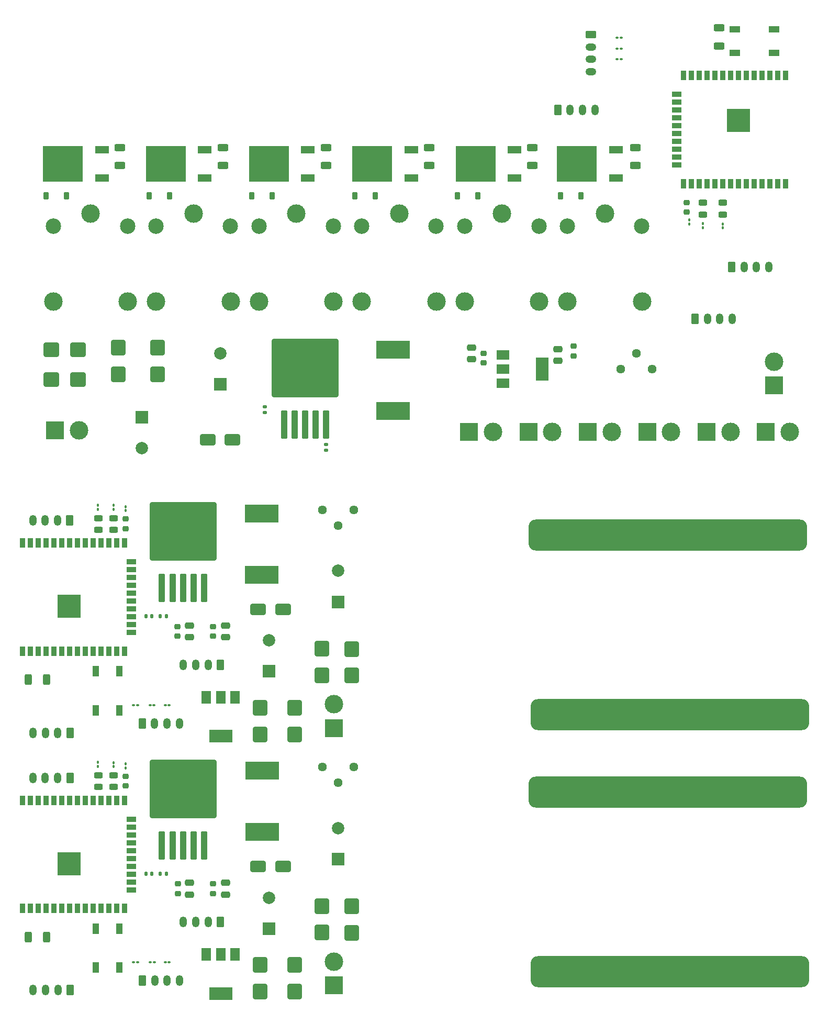
<source format=gbr>
%TF.GenerationSoftware,KiCad,Pcbnew,7.0.8*%
%TF.CreationDate,2023-11-08T20:04:04+02:00*%
%TF.ProjectId,sprinklers,73707269-6e6b-46c6-9572-732e6b696361,1.2*%
%TF.SameCoordinates,Original*%
%TF.FileFunction,Soldermask,Top*%
%TF.FilePolarity,Negative*%
%FSLAX46Y46*%
G04 Gerber Fmt 4.6, Leading zero omitted, Abs format (unit mm)*
G04 Created by KiCad (PCBNEW 7.0.8) date 2023-11-08 20:04:04*
%MOMM*%
%LPD*%
G01*
G04 APERTURE LIST*
G04 Aperture macros list*
%AMRoundRect*
0 Rectangle with rounded corners*
0 $1 Rounding radius*
0 $2 $3 $4 $5 $6 $7 $8 $9 X,Y pos of 4 corners*
0 Add a 4 corners polygon primitive as box body*
4,1,4,$2,$3,$4,$5,$6,$7,$8,$9,$2,$3,0*
0 Add four circle primitives for the rounded corners*
1,1,$1+$1,$2,$3*
1,1,$1+$1,$4,$5*
1,1,$1+$1,$6,$7*
1,1,$1+$1,$8,$9*
0 Add four rect primitives between the rounded corners*
20,1,$1+$1,$2,$3,$4,$5,0*
20,1,$1+$1,$4,$5,$6,$7,0*
20,1,$1+$1,$6,$7,$8,$9,0*
20,1,$1+$1,$8,$9,$2,$3,0*%
%AMFreePoly0*
4,1,41,-22.500000,1.388890,-22.492142,1.520800,-22.447241,1.727208,-22.364088,1.921388,-22.245689,2.096323,-22.096323,2.245689,-21.921388,2.364088,-21.727208,2.447241,-21.520800,2.492142,-21.388890,2.500000,21.388890,2.500000,21.520800,2.492142,21.727208,2.447241,21.921388,2.364088,22.096323,2.245689,22.245689,2.096323,22.364088,1.921388,22.447241,1.727208,22.492142,1.520800,22.500000,1.388890,
22.500000,-1.388890,22.492142,-1.520800,22.447241,-1.727208,22.364088,-1.921388,22.245689,-2.096323,22.096323,-2.245689,21.921388,-2.364088,21.727208,-2.447241,21.520800,-2.492142,21.388890,-2.500000,-21.388890,-2.500000,-21.520800,-2.492142,-21.727208,-2.447241,-21.921388,-2.364088,-22.096323,-2.245689,-22.245689,-2.096323,-22.364088,-1.921388,-22.447241,-1.727208,-22.492142,-1.520800,-22.500000,-1.388890,
-22.500000,1.388890,-22.500000,1.388890,$1*%
G04 Aperture macros list end*
%ADD10RoundRect,0.250000X0.300000X-2.050000X0.300000X2.050000X-0.300000X2.050000X-0.300000X-2.050000X0*%
%ADD11RoundRect,0.250002X5.149998X-4.449998X5.149998X4.449998X-5.149998X4.449998X-5.149998X-4.449998X0*%
%ADD12RoundRect,0.250000X-0.350000X-0.625000X0.350000X-0.625000X0.350000X0.625000X-0.350000X0.625000X0*%
%ADD13O,1.200000X1.750000*%
%ADD14C,1.440000*%
%ADD15RoundRect,0.100000X0.130000X0.100000X-0.130000X0.100000X-0.130000X-0.100000X0.130000X-0.100000X0*%
%ADD16RoundRect,0.100000X-0.100000X0.130000X-0.100000X-0.130000X0.100000X-0.130000X0.100000X0.130000X0*%
%ADD17RoundRect,0.250000X-1.000000X-0.650000X1.000000X-0.650000X1.000000X0.650000X-1.000000X0.650000X0*%
%ADD18RoundRect,0.225000X0.250000X-0.225000X0.250000X0.225000X-0.250000X0.225000X-0.250000X-0.225000X0*%
%ADD19RoundRect,0.250000X0.900000X-1.000000X0.900000X1.000000X-0.900000X1.000000X-0.900000X-1.000000X0*%
%ADD20RoundRect,0.250000X0.475000X-0.250000X0.475000X0.250000X-0.475000X0.250000X-0.475000X-0.250000X0*%
%ADD21RoundRect,0.243750X-0.456250X0.243750X-0.456250X-0.243750X0.456250X-0.243750X0.456250X0.243750X0*%
%ADD22RoundRect,0.250000X-0.900000X1.000000X-0.900000X-1.000000X0.900000X-1.000000X0.900000X1.000000X0*%
%ADD23FreePoly0,180.000000*%
%ADD24RoundRect,0.250000X0.350000X0.625000X-0.350000X0.625000X-0.350000X-0.625000X0.350000X-0.625000X0*%
%ADD25RoundRect,0.140000X0.140000X0.170000X-0.140000X0.170000X-0.140000X-0.170000X0.140000X-0.170000X0*%
%ADD26R,3.000000X3.000000*%
%ADD27C,3.000000*%
%ADD28R,5.400000X2.900000*%
%ADD29R,1.000000X1.700000*%
%ADD30RoundRect,0.218750X-0.256250X0.218750X-0.256250X-0.218750X0.256250X-0.218750X0.256250X0.218750X0*%
%ADD31R,0.900000X1.500000*%
%ADD32R,1.500000X0.900000*%
%ADD33C,0.600000*%
%ADD34R,3.800000X3.800000*%
%ADD35RoundRect,0.250000X-0.312500X-0.625000X0.312500X-0.625000X0.312500X0.625000X-0.312500X0.625000X0*%
%ADD36R,2.000000X2.000000*%
%ADD37C,2.000000*%
%ADD38R,1.500000X2.000000*%
%ADD39R,3.800000X2.000000*%
%ADD40RoundRect,0.140000X-0.140000X-0.170000X0.140000X-0.170000X0.140000X0.170000X-0.140000X0.170000X0*%
%ADD41RoundRect,0.218750X0.256250X-0.218750X0.256250X0.218750X-0.256250X0.218750X-0.256250X-0.218750X0*%
%ADD42RoundRect,0.225000X-0.225000X-0.375000X0.225000X-0.375000X0.225000X0.375000X-0.225000X0.375000X0*%
%ADD43RoundRect,0.243750X0.456250X-0.243750X0.456250X0.243750X-0.456250X0.243750X-0.456250X-0.243750X0*%
%ADD44RoundRect,0.100000X-0.130000X-0.100000X0.130000X-0.100000X0.130000X0.100000X-0.130000X0.100000X0*%
%ADD45C,2.500000*%
%ADD46RoundRect,0.250000X0.625000X-0.312500X0.625000X0.312500X-0.625000X0.312500X-0.625000X-0.312500X0*%
%ADD47RoundRect,0.250000X-0.625000X0.350000X-0.625000X-0.350000X0.625000X-0.350000X0.625000X0.350000X0*%
%ADD48O,1.750000X1.200000*%
%ADD49R,2.000000X1.500000*%
%ADD50R,2.000000X3.800000*%
%ADD51RoundRect,0.250000X-1.000000X-0.900000X1.000000X-0.900000X1.000000X0.900000X-1.000000X0.900000X0*%
%ADD52R,2.200000X1.200000*%
%ADD53R,6.400000X5.800000*%
%ADD54RoundRect,0.100000X0.100000X-0.130000X0.100000X0.130000X-0.100000X0.130000X-0.100000X-0.130000X0*%
%ADD55RoundRect,0.250000X1.000000X0.650000X-1.000000X0.650000X-1.000000X-0.650000X1.000000X-0.650000X0*%
%ADD56RoundRect,0.140000X-0.170000X0.140000X-0.170000X-0.140000X0.170000X-0.140000X0.170000X0.140000X0*%
%ADD57RoundRect,0.250000X1.000000X0.900000X-1.000000X0.900000X-1.000000X-0.900000X1.000000X-0.900000X0*%
%ADD58R,1.700000X1.000000*%
G04 APERTURE END LIST*
D10*
%TO.C,U1*%
X28673063Y-41490774D03*
X30373063Y-41490774D03*
X32073063Y-41490774D03*
D11*
X32073063Y-32340774D03*
D10*
X33773063Y-41490774D03*
X35473063Y-41490774D03*
%TD*%
D12*
%TO.C,LED1*%
X25492863Y-63357874D03*
D13*
X27492863Y-63357874D03*
X29492863Y-63357874D03*
X31492863Y-63357874D03*
%TD*%
D14*
%TO.C,RV1*%
X59711563Y-28852374D03*
X57171563Y-31392374D03*
X54631563Y-28852374D03*
%TD*%
D15*
%TO.C,R11*%
X24725163Y-60400474D03*
X24085163Y-60400474D03*
%TD*%
D16*
%TO.C,R8*%
X20842301Y-28114787D03*
X20842301Y-28754787D03*
%TD*%
D17*
%TO.C,D5*%
X44249763Y-44909674D03*
X48249763Y-44909674D03*
%TD*%
D15*
%TO.C,R12*%
X27408663Y-60400474D03*
X26768663Y-60400474D03*
%TD*%
D18*
%TO.C,C2*%
X31213563Y-49270374D03*
X31213563Y-47720374D03*
%TD*%
D19*
%TO.C,D6*%
X59387563Y-55648974D03*
X59387563Y-51348974D03*
%TD*%
D15*
%TO.C,R13*%
X29852363Y-60400474D03*
X29212363Y-60400474D03*
%TD*%
D20*
%TO.C,C1*%
X33117563Y-49445374D03*
X33117563Y-47545374D03*
%TD*%
D19*
%TO.C,D8*%
X44586163Y-65157374D03*
X44586163Y-60857374D03*
%TD*%
D21*
%TO.C,D3*%
X18364254Y-30178548D03*
X18364254Y-32053548D03*
%TD*%
D22*
%TO.C,D7*%
X50136163Y-60857374D03*
X50136163Y-65157374D03*
%TD*%
D23*
%TO.C,*%
X110868074Y-61951375D03*
%TD*%
D24*
%TO.C,EXT1*%
X13774663Y-30553774D03*
D13*
X11774663Y-30553774D03*
X9774663Y-30553774D03*
X7774663Y-30553774D03*
%TD*%
D25*
%TO.C,C7*%
X27046463Y-46044474D03*
X26086463Y-46044474D03*
%TD*%
D26*
%TO.C,AC24-IN1*%
X56485164Y-64162292D03*
D27*
X56485164Y-60282292D03*
%TD*%
D24*
%TO.C,POWER1*%
X38132763Y-53878474D03*
D13*
X36132763Y-53878474D03*
X34132763Y-53878474D03*
X32132763Y-53878474D03*
%TD*%
D28*
%TO.C,L1*%
X44850063Y-39335974D03*
X44850063Y-29435974D03*
%TD*%
D29*
%TO.C,RST_SW1*%
X17958495Y-61262272D03*
X17958495Y-54962272D03*
X21758495Y-61262272D03*
X21758495Y-54962272D03*
%TD*%
D21*
%TO.C,D2*%
X20808675Y-30178548D03*
X20808675Y-32053548D03*
%TD*%
D30*
%TO.C,D1*%
X22798675Y-30328548D03*
X22798675Y-31903548D03*
%TD*%
D31*
%TO.C,U2*%
X6117863Y-51705474D03*
X7387863Y-51705474D03*
X8657863Y-51705474D03*
X9927863Y-51705474D03*
X11197863Y-51705474D03*
X12467863Y-51705474D03*
X13737863Y-51705474D03*
X15007863Y-51705474D03*
X16277863Y-51705474D03*
X17547863Y-51705474D03*
X18817863Y-51705474D03*
X20087863Y-51705474D03*
X21357863Y-51705474D03*
X22627863Y-51705474D03*
D32*
X23722863Y-48670474D03*
X23722863Y-47400474D03*
X23722863Y-46130474D03*
X23722863Y-44860474D03*
X23722863Y-43590474D03*
X23722863Y-42320474D03*
X23722863Y-41050474D03*
X23722863Y-39780474D03*
X23722863Y-38510474D03*
X23722863Y-37240474D03*
D31*
X22627863Y-34205474D03*
X21357863Y-34205474D03*
X20087863Y-34205474D03*
X18817863Y-34205474D03*
X17547863Y-34205474D03*
X16277863Y-34205474D03*
X15007863Y-34205474D03*
X13737863Y-34205474D03*
X12467863Y-34205474D03*
X11197863Y-34205474D03*
X9927863Y-34205474D03*
X8657863Y-34205474D03*
X7387863Y-34205474D03*
X6117863Y-34205474D03*
D33*
X12982863Y-45855474D03*
X14382863Y-45855474D03*
X12282863Y-45155474D03*
X13682863Y-45155474D03*
X15082863Y-45155474D03*
X12982863Y-44455474D03*
D34*
X13682863Y-44455474D03*
D33*
X14382863Y-44455474D03*
X12282863Y-43755474D03*
X13682863Y-43755474D03*
X15082863Y-43755474D03*
X12982863Y-43055474D03*
X14382863Y-43055474D03*
%TD*%
D16*
%TO.C,R7*%
X18279498Y-28094084D03*
X18279498Y-28734084D03*
%TD*%
D35*
%TO.C,R10*%
X7077063Y-56324274D03*
X10002063Y-56324274D03*
%TD*%
D22*
%TO.C,D4*%
X54538663Y-51303474D03*
X54538663Y-55603474D03*
%TD*%
D36*
%TO.C,C6*%
X57191163Y-43716174D03*
D37*
X57191163Y-38716174D03*
%TD*%
D23*
%TO.C,*%
X110532471Y-32919476D03*
%TD*%
D38*
%TO.C,U3*%
X40467363Y-59142474D03*
X38167363Y-59142474D03*
D39*
X38167363Y-65442474D03*
D38*
X35867363Y-59142474D03*
%TD*%
D16*
%TO.C,R9*%
X22792415Y-28311489D03*
X22792415Y-28951489D03*
%TD*%
D20*
%TO.C,C3*%
X38940463Y-49445374D03*
X38940463Y-47545374D03*
%TD*%
D24*
%TO.C,PROG1*%
X13825363Y-64907074D03*
D13*
X11825363Y-64907074D03*
X9825363Y-64907074D03*
X7825363Y-64907074D03*
%TD*%
D40*
%TO.C,C8*%
X28399263Y-46080574D03*
X29359263Y-46080574D03*
%TD*%
D36*
%TO.C,C5*%
X45991863Y-54943574D03*
D37*
X45991863Y-49943574D03*
%TD*%
D18*
%TO.C,C4*%
X36909163Y-49270374D03*
X36909163Y-47720374D03*
%TD*%
D10*
%TO.C,U1*%
X28667516Y119542D03*
X30367516Y119542D03*
X32067516Y119542D03*
D11*
X32067516Y9269542D03*
D10*
X33767516Y119542D03*
X35467516Y119542D03*
%TD*%
D12*
%TO.C,LED1*%
X25487316Y-21747558D03*
D13*
X27487316Y-21747558D03*
X29487316Y-21747558D03*
X31487316Y-21747558D03*
%TD*%
D14*
%TO.C,RV1*%
X59706016Y12757942D03*
X57166016Y10217942D03*
X54626016Y12757942D03*
%TD*%
D15*
%TO.C,R11*%
X24719616Y-18790158D03*
X24079616Y-18790158D03*
%TD*%
D16*
%TO.C,R8*%
X20836754Y13495529D03*
X20836754Y12855529D03*
%TD*%
D17*
%TO.C,D5*%
X44244216Y-3299358D03*
X48244216Y-3299358D03*
%TD*%
D15*
%TO.C,R12*%
X27403116Y-18790158D03*
X26763116Y-18790158D03*
%TD*%
D18*
%TO.C,C2*%
X31208016Y-7660058D03*
X31208016Y-6110058D03*
%TD*%
D19*
%TO.C,D6*%
X59382016Y-14038658D03*
X59382016Y-9738658D03*
%TD*%
D15*
%TO.C,R13*%
X29846816Y-18790158D03*
X29206816Y-18790158D03*
%TD*%
D20*
%TO.C,C1*%
X33112016Y-7835058D03*
X33112016Y-5935058D03*
%TD*%
D19*
%TO.C,D8*%
X44580616Y-23547058D03*
X44580616Y-19247058D03*
%TD*%
D21*
%TO.C,D3*%
X18358707Y11431768D03*
X18358707Y9556768D03*
%TD*%
D22*
%TO.C,D7*%
X50130616Y-19247058D03*
X50130616Y-23547058D03*
%TD*%
D23*
%TO.C,*%
X110862527Y-20341059D03*
%TD*%
D24*
%TO.C,EXT1*%
X13769116Y11056542D03*
D13*
X11769116Y11056542D03*
X9769116Y11056542D03*
X7769116Y11056542D03*
%TD*%
D25*
%TO.C,C7*%
X27040916Y-4434158D03*
X26080916Y-4434158D03*
%TD*%
D26*
%TO.C,AC24-IN1*%
X56479617Y-22551976D03*
D27*
X56479617Y-18671976D03*
%TD*%
D24*
%TO.C,POWER1*%
X38127216Y-12268158D03*
D13*
X36127216Y-12268158D03*
X34127216Y-12268158D03*
X32127216Y-12268158D03*
%TD*%
D28*
%TO.C,L1*%
X44844516Y2274342D03*
X44844516Y12174342D03*
%TD*%
D29*
%TO.C,RST_SW1*%
X17952948Y-19651956D03*
X17952948Y-13351956D03*
X21752948Y-19651956D03*
X21752948Y-13351956D03*
%TD*%
D21*
%TO.C,D2*%
X20803128Y11431768D03*
X20803128Y9556768D03*
%TD*%
D30*
%TO.C,D1*%
X22793128Y11281768D03*
X22793128Y9706768D03*
%TD*%
D31*
%TO.C,U2*%
X6112316Y-10095158D03*
X7382316Y-10095158D03*
X8652316Y-10095158D03*
X9922316Y-10095158D03*
X11192316Y-10095158D03*
X12462316Y-10095158D03*
X13732316Y-10095158D03*
X15002316Y-10095158D03*
X16272316Y-10095158D03*
X17542316Y-10095158D03*
X18812316Y-10095158D03*
X20082316Y-10095158D03*
X21352316Y-10095158D03*
X22622316Y-10095158D03*
D32*
X23717316Y-7060158D03*
X23717316Y-5790158D03*
X23717316Y-4520158D03*
X23717316Y-3250158D03*
X23717316Y-1980158D03*
X23717316Y-710158D03*
X23717316Y559842D03*
X23717316Y1829842D03*
X23717316Y3099842D03*
X23717316Y4369842D03*
D31*
X22622316Y7404842D03*
X21352316Y7404842D03*
X20082316Y7404842D03*
X18812316Y7404842D03*
X17542316Y7404842D03*
X16272316Y7404842D03*
X15002316Y7404842D03*
X13732316Y7404842D03*
X12462316Y7404842D03*
X11192316Y7404842D03*
X9922316Y7404842D03*
X8652316Y7404842D03*
X7382316Y7404842D03*
X6112316Y7404842D03*
D33*
X12977316Y-4245158D03*
X14377316Y-4245158D03*
X12277316Y-3545158D03*
X13677316Y-3545158D03*
X15077316Y-3545158D03*
X12977316Y-2845158D03*
D34*
X13677316Y-2845158D03*
D33*
X14377316Y-2845158D03*
X12277316Y-2145158D03*
X13677316Y-2145158D03*
X15077316Y-2145158D03*
X12977316Y-1445158D03*
X14377316Y-1445158D03*
%TD*%
D16*
%TO.C,R7*%
X18273951Y13516232D03*
X18273951Y12876232D03*
%TD*%
D35*
%TO.C,R10*%
X7071516Y-14713958D03*
X9996516Y-14713958D03*
%TD*%
D22*
%TO.C,D4*%
X54533116Y-9693158D03*
X54533116Y-13993158D03*
%TD*%
D36*
%TO.C,C6*%
X57185616Y-2105858D03*
D37*
X57185616Y2894142D03*
%TD*%
D23*
%TO.C,*%
X110526924Y8690840D03*
%TD*%
D38*
%TO.C,U3*%
X40461816Y-17532158D03*
X38161816Y-17532158D03*
D39*
X38161816Y-23832158D03*
D38*
X35861816Y-17532158D03*
%TD*%
D16*
%TO.C,R9*%
X22786868Y13298827D03*
X22786868Y12658827D03*
%TD*%
D20*
%TO.C,C3*%
X38934916Y-7835058D03*
X38934916Y-5935058D03*
%TD*%
D24*
%TO.C,PROG1*%
X13819816Y-23296758D03*
D13*
X11819816Y-23296758D03*
X9819816Y-23296758D03*
X7819816Y-23296758D03*
%TD*%
D40*
%TO.C,C8*%
X28393716Y-4470258D03*
X29353716Y-4470258D03*
%TD*%
D36*
%TO.C,C5*%
X45986316Y-13333258D03*
D37*
X45986316Y-8333258D03*
%TD*%
D18*
%TO.C,C4*%
X36903616Y-7660058D03*
X36903616Y-6110058D03*
%TD*%
D41*
%TO.C,D1*%
X113523362Y60890421D03*
X113523362Y62465421D03*
%TD*%
D42*
%TO.C,D12*%
X59851000Y63598500D03*
X63151000Y63598500D03*
%TD*%
D43*
%TO.C,D2*%
X116201485Y60547225D03*
X116201485Y62422225D03*
%TD*%
D44*
%TO.C,R11*%
X102324000Y89138600D03*
X102964000Y89138600D03*
%TD*%
D27*
%TO.C,K4*%
X67056000Y60636000D03*
D45*
X61006000Y58686000D03*
D27*
X61006000Y46486000D03*
X73056000Y46436000D03*
D45*
X73006000Y58686000D03*
%TD*%
D27*
%TO.C,K2*%
X33782000Y60636000D03*
D45*
X27732000Y58686000D03*
D27*
X27732000Y46486000D03*
X39782000Y46436000D03*
D45*
X39732000Y58686000D03*
%TD*%
D18*
%TO.C,C4*%
X95300000Y37688900D03*
X95300000Y39238900D03*
%TD*%
D26*
%TO.C,AC24-IN1*%
X11360000Y25646000D03*
D27*
X15240000Y25646000D03*
%TD*%
D20*
%TO.C,C3*%
X92760000Y36858600D03*
X92760000Y38758600D03*
%TD*%
D14*
%TO.C,RV1*%
X102870000Y35560000D03*
X105410000Y38100000D03*
X107950000Y35560000D03*
%TD*%
D46*
%TO.C,R3*%
X55192500Y68454400D03*
X55192500Y71379400D03*
%TD*%
D47*
%TO.C,LED1*%
X98060000Y89630000D03*
D48*
X98060000Y87630000D03*
X98060000Y85630000D03*
X98060000Y83630000D03*
%TD*%
D43*
%TO.C,D3*%
X119419856Y60550501D03*
X119419856Y62425501D03*
%TD*%
D49*
%TO.C,U3*%
X83870000Y37860000D03*
X83870000Y35560000D03*
D50*
X90170000Y35560000D03*
D49*
X83870000Y33260000D03*
%TD*%
D26*
%TO.C,J4*%
X107163000Y25400000D03*
D27*
X111043000Y25400000D03*
%TD*%
D42*
%TO.C,D9*%
X43214000Y63598500D03*
X46514000Y63598500D03*
%TD*%
D27*
%TO.C,K5*%
X83693000Y60636000D03*
D45*
X77643000Y58686000D03*
D27*
X77643000Y46486000D03*
X89693000Y46436000D03*
D45*
X89643000Y58686000D03*
%TD*%
D36*
%TO.C,C5*%
X25400000Y27767700D03*
D37*
X25400000Y22767700D03*
%TD*%
D46*
%TO.C,R10*%
X118815600Y87773300D03*
X118815600Y90698300D03*
%TD*%
D42*
%TO.C,D14*%
X93125000Y63598500D03*
X96425000Y63598500D03*
%TD*%
D51*
%TO.C,D6*%
X10766600Y38640600D03*
X15066600Y38640600D03*
%TD*%
D36*
%TO.C,C6*%
X38100000Y33100000D03*
D37*
X38100000Y38100000D03*
%TD*%
D27*
%TO.C,K1*%
X17145000Y60636000D03*
D45*
X11095000Y58686000D03*
D27*
X11095000Y46486000D03*
X23145000Y46436000D03*
D45*
X23095000Y58686000D03*
%TD*%
D10*
%TO.C,U1*%
X48435000Y26525000D03*
X50135000Y26525000D03*
X51835000Y26525000D03*
D11*
X51835000Y35675000D03*
D10*
X53535000Y26525000D03*
X55235000Y26525000D03*
%TD*%
D52*
%TO.C,Q1*%
X18945000Y66413300D03*
D53*
X12645000Y68693300D03*
D52*
X18945000Y70973300D03*
%TD*%
D28*
%TO.C,L1*%
X66063300Y28747600D03*
X66063300Y38647600D03*
%TD*%
D52*
%TO.C,Q2*%
X35575900Y66413300D03*
D53*
X29275900Y68693300D03*
D52*
X35575900Y70973300D03*
%TD*%
D54*
%TO.C,R9*%
X113991104Y59026939D03*
X113991104Y59666939D03*
%TD*%
D26*
%TO.C,J5*%
X116770000Y25400000D03*
D27*
X120650000Y25400000D03*
%TD*%
D55*
%TO.C,D5*%
X40100000Y24130000D03*
X36100000Y24130000D03*
%TD*%
D26*
%TO.C,SENSOR1*%
X127691800Y32868900D03*
D27*
X127691800Y36748900D03*
%TD*%
D52*
%TO.C,Q5*%
X85703200Y66413300D03*
D53*
X79403200Y68693300D03*
D52*
X85703200Y70973300D03*
%TD*%
%TO.C,Q4*%
X68994100Y66413300D03*
D53*
X62694100Y68693300D03*
D52*
X68994100Y70973300D03*
%TD*%
D46*
%TO.C,R5*%
X88540600Y68454400D03*
X88540600Y71379400D03*
%TD*%
D42*
%TO.C,D13*%
X76488000Y63598500D03*
X79788000Y63598500D03*
%TD*%
%TO.C,D10*%
X26577000Y63598500D03*
X29877000Y63598500D03*
%TD*%
D52*
%TO.C,Q6*%
X102081100Y66413300D03*
D53*
X95781100Y68693300D03*
D52*
X102081100Y70973300D03*
%TD*%
D12*
%TO.C,POWER1*%
X114904429Y43687015D03*
D13*
X116904429Y43687015D03*
X118904429Y43687015D03*
X120904429Y43687015D03*
%TD*%
D42*
%TO.C,D11*%
X9895000Y63598500D03*
X13195000Y63598500D03*
%TD*%
D19*
%TO.C,D8*%
X27940000Y34680000D03*
X27940000Y38980000D03*
%TD*%
D20*
%TO.C,C1*%
X78776900Y37111800D03*
X78776900Y39011800D03*
%TD*%
D56*
%TO.C,C8*%
X55237900Y23348400D03*
X55237900Y22388400D03*
%TD*%
D31*
%TO.C,U2*%
X129515000Y83036000D03*
X128245000Y83036000D03*
X126975000Y83036000D03*
X125705000Y83036000D03*
X124435000Y83036000D03*
X123165000Y83036000D03*
X121895000Y83036000D03*
X120625000Y83036000D03*
X119355000Y83036000D03*
X118085000Y83036000D03*
X116815000Y83036000D03*
X115545000Y83036000D03*
X114275000Y83036000D03*
X113005000Y83036000D03*
D32*
X111910000Y80001000D03*
X111910000Y78731000D03*
X111910000Y77461000D03*
X111910000Y76191000D03*
X111910000Y74921000D03*
X111910000Y73651000D03*
X111910000Y72381000D03*
X111910000Y71111000D03*
X111910000Y69841000D03*
X111910000Y68571000D03*
D31*
X113005000Y65536000D03*
X114275000Y65536000D03*
X115545000Y65536000D03*
X116815000Y65536000D03*
X118085000Y65536000D03*
X119355000Y65536000D03*
X120625000Y65536000D03*
X121895000Y65536000D03*
X123165000Y65536000D03*
X124435000Y65536000D03*
X125705000Y65536000D03*
X126975000Y65536000D03*
X128245000Y65536000D03*
X129515000Y65536000D03*
D33*
X122650000Y77186000D03*
X121250000Y77186000D03*
X123350000Y76486000D03*
X121950000Y76486000D03*
X120550000Y76486000D03*
X122650000Y75786000D03*
D34*
X121950000Y75786000D03*
D33*
X121250000Y75786000D03*
X123350000Y75086000D03*
X121950000Y75086000D03*
X120550000Y75086000D03*
X122650000Y74386000D03*
X121250000Y74386000D03*
%TD*%
D26*
%TO.C,J2*%
X87949000Y25400000D03*
D27*
X91829000Y25400000D03*
%TD*%
D12*
%TO.C,EXT1*%
X92710000Y77470000D03*
D13*
X94710000Y77470000D03*
X96710000Y77470000D03*
X98710000Y77470000D03*
%TD*%
D12*
%TO.C,PROG1*%
X120850130Y52070001D03*
D13*
X122850130Y52070001D03*
X124850130Y52070001D03*
X126850130Y52070001D03*
%TD*%
D46*
%TO.C,R2*%
X38518400Y68454400D03*
X38518400Y71379400D03*
%TD*%
D54*
%TO.C,R7*%
X119404543Y58354706D03*
X119404543Y58994706D03*
%TD*%
D18*
%TO.C,C2*%
X80685300Y36549700D03*
X80685300Y38099700D03*
%TD*%
D46*
%TO.C,R4*%
X71866600Y68454400D03*
X71866600Y71379400D03*
%TD*%
D56*
%TO.C,C7*%
X45303600Y29459400D03*
X45303600Y28499400D03*
%TD*%
D27*
%TO.C,K3*%
X50419000Y60636000D03*
D45*
X44369000Y58686000D03*
D27*
X44369000Y46486000D03*
X56419000Y46436000D03*
D45*
X56369000Y58686000D03*
%TD*%
D54*
%TO.C,R8*%
X116199527Y58406240D03*
X116199527Y59046240D03*
%TD*%
D26*
%TO.C,J3*%
X97556000Y25400000D03*
D27*
X101436000Y25400000D03*
%TD*%
D46*
%TO.C,R6*%
X105214700Y68454400D03*
X105214700Y71379400D03*
%TD*%
D44*
%TO.C,R13*%
X102324000Y85638600D03*
X102964000Y85638600D03*
%TD*%
D46*
%TO.C,R1*%
X21844400Y68454400D03*
X21844400Y71379400D03*
%TD*%
D57*
%TO.C,D4*%
X15060600Y33877500D03*
X10760600Y33877500D03*
%TD*%
D22*
%TO.C,D7*%
X21590000Y38980000D03*
X21590000Y34680000D03*
%TD*%
D52*
%TO.C,Q3*%
X52285000Y66413300D03*
D53*
X45985000Y68693300D03*
D52*
X52285000Y70973300D03*
%TD*%
D26*
%TO.C,J6*%
X126377000Y25400000D03*
D27*
X130257000Y25400000D03*
%TD*%
D26*
%TO.C,J1*%
X78342000Y25400000D03*
D27*
X82222000Y25400000D03*
%TD*%
D44*
%TO.C,R12*%
X102324000Y87388600D03*
X102964000Y87388600D03*
%TD*%
D58*
%TO.C,RST_SW1*%
X121355600Y90495800D03*
X127655600Y90495800D03*
X121355600Y86695800D03*
X127655600Y86695800D03*
%TD*%
D27*
%TO.C,K6*%
X100330000Y60636000D03*
D45*
X94280000Y58686000D03*
D27*
X94280000Y46486000D03*
X106330000Y46436000D03*
D45*
X106280000Y58686000D03*
%TD*%
M02*

</source>
